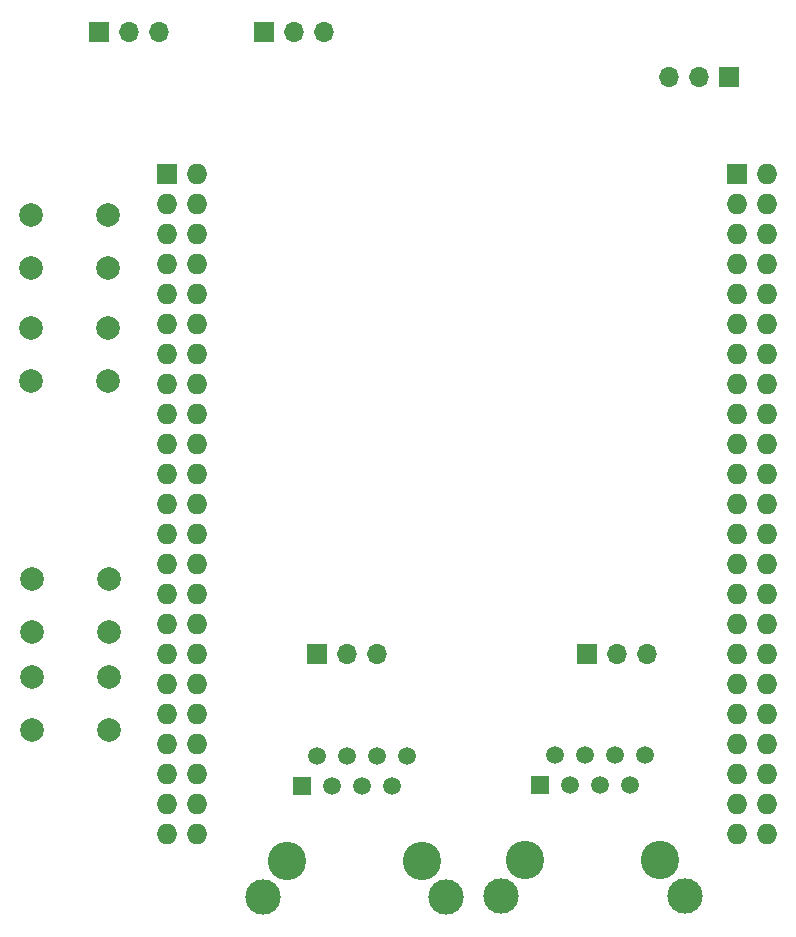
<source format=gbr>
%TF.GenerationSoftware,KiCad,Pcbnew,(7.0.0)*%
%TF.CreationDate,2023-02-19T15:54:43+01:00*%
%TF.ProjectId,bbb-can-bus-cape,6262622d-6361-46e2-9d62-75732d636170,rev?*%
%TF.SameCoordinates,Original*%
%TF.FileFunction,Soldermask,Bot*%
%TF.FilePolarity,Negative*%
%FSLAX46Y46*%
G04 Gerber Fmt 4.6, Leading zero omitted, Abs format (unit mm)*
G04 Created by KiCad (PCBNEW (7.0.0)) date 2023-02-19 15:54:43*
%MOMM*%
%LPD*%
G01*
G04 APERTURE LIST*
%ADD10R,1.727200X1.727200*%
%ADD11O,1.727200X1.727200*%
%ADD12C,3.250000*%
%ADD13R,1.500000X1.500000*%
%ADD14C,1.500000*%
%ADD15C,3.000000*%
%ADD16R,1.700000X1.700000*%
%ADD17O,1.700000X1.700000*%
%ADD18C,2.000000*%
G04 APERTURE END LIST*
D10*
%TO.C,P8*%
X164630099Y-62382399D03*
D11*
X167170099Y-62382399D03*
X164630099Y-64922399D03*
X167170099Y-64922399D03*
X164630099Y-67462399D03*
X167170099Y-67462399D03*
X164630099Y-70002399D03*
X167170099Y-70002399D03*
X164630099Y-72542399D03*
X167170099Y-72542399D03*
X164630099Y-75082399D03*
X167170099Y-75082399D03*
X164630099Y-77622399D03*
X167170099Y-77622399D03*
X164630099Y-80162399D03*
X167170099Y-80162399D03*
X164630099Y-82702399D03*
X167170099Y-82702399D03*
X164630099Y-85242399D03*
X167170099Y-85242399D03*
X164630099Y-87782399D03*
X167170099Y-87782399D03*
X164630099Y-90322399D03*
X167170099Y-90322399D03*
X164630099Y-92862399D03*
X167170099Y-92862399D03*
X164630099Y-95402399D03*
X167170099Y-95402399D03*
X164630099Y-97942399D03*
X167170099Y-97942399D03*
X164630099Y-100482399D03*
X167170099Y-100482399D03*
X164630099Y-103022399D03*
X167170099Y-103022399D03*
X164630099Y-105562399D03*
X167170099Y-105562399D03*
X164630099Y-108102399D03*
X167170099Y-108102399D03*
X164630099Y-110642399D03*
X167170099Y-110642399D03*
X164630099Y-113182399D03*
X167170099Y-113182399D03*
X164630099Y-115722399D03*
X167170099Y-115722399D03*
X164630099Y-118262399D03*
X167170099Y-118262399D03*
%TD*%
D10*
%TO.C,P9*%
X116370099Y-62382399D03*
D11*
X118910099Y-62382399D03*
X116370099Y-64922399D03*
X118910099Y-64922399D03*
X116370099Y-67462399D03*
X118910099Y-67462399D03*
X116370099Y-70002399D03*
X118910099Y-70002399D03*
X116370099Y-72542399D03*
X118910099Y-72542399D03*
X116370099Y-75082399D03*
X118910099Y-75082399D03*
X116370099Y-77622399D03*
X118910099Y-77622399D03*
X116370099Y-80162399D03*
X118910099Y-80162399D03*
X116370099Y-82702399D03*
X118910099Y-82702399D03*
X116370099Y-85242399D03*
X118910099Y-85242399D03*
X116370099Y-87782399D03*
X118910099Y-87782399D03*
X116370099Y-90322399D03*
X118910099Y-90322399D03*
X116370099Y-92862399D03*
X118910099Y-92862399D03*
X116370099Y-95402399D03*
X118910099Y-95402399D03*
X116370099Y-97942399D03*
X118910099Y-97942399D03*
X116370099Y-100482399D03*
X118910099Y-100482399D03*
X116370099Y-103022399D03*
X118910099Y-103022399D03*
X116370099Y-105562399D03*
X118910099Y-105562399D03*
X116370099Y-108102399D03*
X118910099Y-108102399D03*
X116370099Y-110642399D03*
X118910099Y-110642399D03*
X116370099Y-113182399D03*
X118910099Y-113182399D03*
X116370099Y-115722399D03*
X118910099Y-115722399D03*
X116370099Y-118262399D03*
X118910099Y-118262399D03*
%TD*%
D12*
%TO.C,J2*%
X146714791Y-120512328D03*
X158144791Y-120512328D03*
D13*
X147984790Y-114162327D03*
D14*
X149254791Y-111622328D03*
X150524791Y-114162328D03*
X151794791Y-111622328D03*
X153064791Y-114162328D03*
X154334791Y-111622328D03*
X155604791Y-114162328D03*
X156874791Y-111622328D03*
D15*
X144659791Y-123562328D03*
X160199791Y-123562328D03*
%TD*%
D16*
%TO.C,J7*%
X163985099Y-54162399D03*
D17*
X161445099Y-54162399D03*
X158905099Y-54162399D03*
%TD*%
D16*
%TO.C,J1*%
X151920099Y-103057399D03*
D17*
X154460099Y-103057399D03*
X157000099Y-103057399D03*
%TD*%
D12*
%TO.C,J4*%
X126543541Y-120562003D03*
X137973541Y-120562003D03*
D13*
X127813540Y-114212002D03*
D14*
X129083541Y-111672003D03*
X130353541Y-114212003D03*
X131623541Y-111672003D03*
X132893541Y-114212003D03*
X134163541Y-111672003D03*
X135433541Y-114212003D03*
X136703541Y-111672003D03*
D15*
X124488541Y-123612003D03*
X140028541Y-123612003D03*
%TD*%
D18*
%TO.C,Sw1*%
X111355100Y-70382400D03*
X104855100Y-70382400D03*
X111355100Y-65882400D03*
X104855100Y-65882400D03*
%TD*%
D16*
%TO.C,J5*%
X110660099Y-50352399D03*
D17*
X113200099Y-50352399D03*
X115740099Y-50352399D03*
%TD*%
D16*
%TO.C,J6*%
X124615099Y-50352399D03*
D17*
X127155099Y-50352399D03*
X129695099Y-50352399D03*
%TD*%
D18*
%TO.C,Sw3*%
X104930100Y-96707400D03*
X111430100Y-96707400D03*
X104930100Y-101207400D03*
X111430100Y-101207400D03*
%TD*%
D16*
%TO.C,J3*%
X129060099Y-103057399D03*
D17*
X131600099Y-103057399D03*
X134140099Y-103057399D03*
%TD*%
D18*
%TO.C,Sw2*%
X104845109Y-75417299D03*
X111345109Y-75417299D03*
X104845109Y-79917299D03*
X111345109Y-79917299D03*
%TD*%
%TO.C,Sw4*%
X111430100Y-109462400D03*
X104930100Y-109462400D03*
X111430100Y-104962400D03*
X104930100Y-104962400D03*
%TD*%
M02*

</source>
